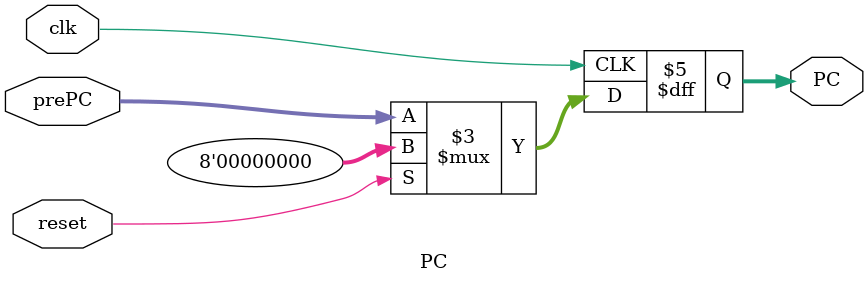
<source format=v>
`timescale 1ns / 1ps

module PC #(parameter WIDTH = 8)
(
input clk,reset,
input [WIDTH-1:0]prePC,
output reg [WIDTH-1:0]PC
);

always@(posedge clk)
	begin
		if(reset) PC <= 0;
		else PC <= prePC;
	end

endmodule


</source>
